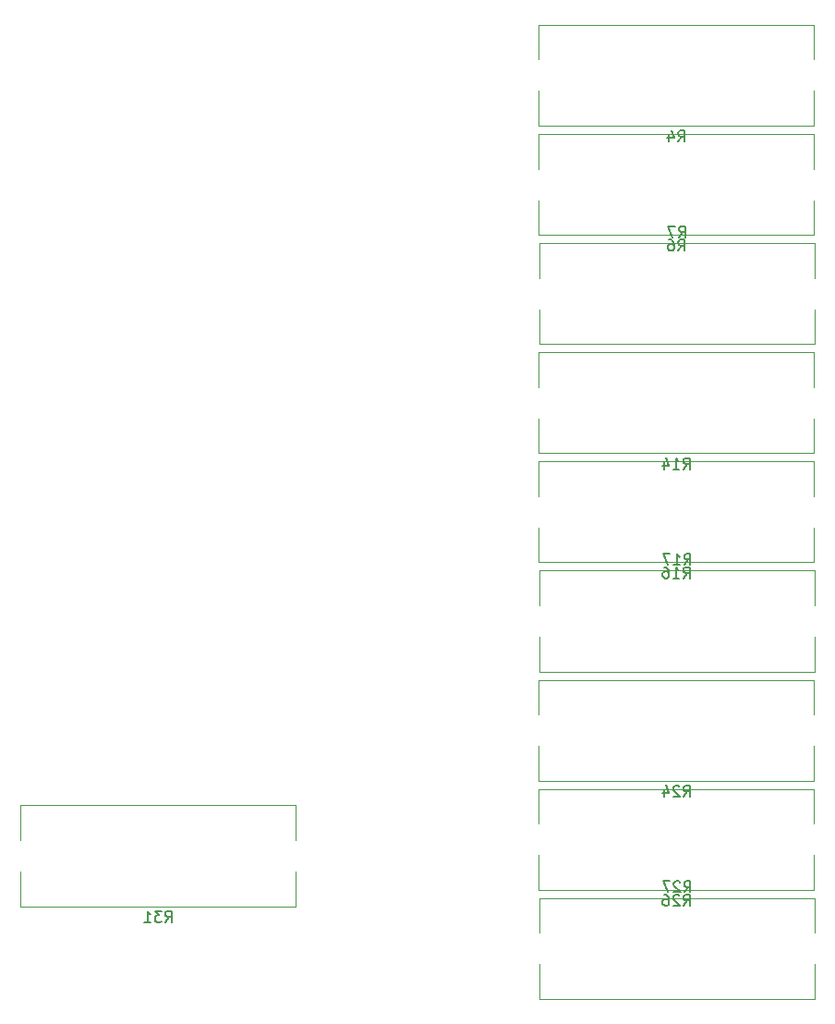
<source format=gbr>
G04 #@! TF.GenerationSoftware,KiCad,Pcbnew,(5.1.6)-1*
G04 #@! TF.CreationDate,2020-07-02T12:50:25+02:00*
G04 #@! TF.ProjectId,LT1166_amp,4c543131-3636-45f6-916d-702e6b696361,rev?*
G04 #@! TF.SameCoordinates,Original*
G04 #@! TF.FileFunction,Legend,Bot*
G04 #@! TF.FilePolarity,Positive*
%FSLAX46Y46*%
G04 Gerber Fmt 4.6, Leading zero omitted, Abs format (unit mm)*
G04 Created by KiCad (PCBNEW (5.1.6)-1) date 2020-07-02 12:50:25*
%MOMM*%
%LPD*%
G01*
G04 APERTURE LIST*
%ADD10C,0.120000*%
%ADD11C,0.150000*%
G04 APERTURE END LIST*
D10*
X185590000Y-55380000D02*
X185590000Y-58560000D01*
X160350000Y-55380000D02*
X185590000Y-55380000D01*
X160350000Y-58560000D02*
X160350000Y-55380000D01*
X185590000Y-64620000D02*
X185590000Y-61440000D01*
X160350000Y-64620000D02*
X185590000Y-64620000D01*
X160350000Y-61440000D02*
X160350000Y-64620000D01*
X160410000Y-84620000D02*
X160410000Y-81440000D01*
X185650000Y-84620000D02*
X160410000Y-84620000D01*
X185650000Y-81440000D02*
X185650000Y-84620000D01*
X160410000Y-75380000D02*
X160410000Y-78560000D01*
X185650000Y-75380000D02*
X160410000Y-75380000D01*
X185650000Y-78560000D02*
X185650000Y-75380000D01*
X185590000Y-65380000D02*
X185590000Y-68560000D01*
X160350000Y-65380000D02*
X185590000Y-65380000D01*
X160350000Y-68560000D02*
X160350000Y-65380000D01*
X185590000Y-74620000D02*
X185590000Y-71440000D01*
X160350000Y-74620000D02*
X185590000Y-74620000D01*
X160350000Y-71440000D02*
X160350000Y-74620000D01*
X112850000Y-132940000D02*
X112850000Y-136120000D01*
X112850000Y-136120000D02*
X138090000Y-136120000D01*
X138090000Y-136120000D02*
X138090000Y-132940000D01*
X112850000Y-130060000D02*
X112850000Y-126880000D01*
X112850000Y-126880000D02*
X138090000Y-126880000D01*
X138090000Y-126880000D02*
X138090000Y-130060000D01*
X160410000Y-144620000D02*
X160410000Y-141440000D01*
X185650000Y-144620000D02*
X160410000Y-144620000D01*
X185650000Y-141440000D02*
X185650000Y-144620000D01*
X160410000Y-135380000D02*
X160410000Y-138560000D01*
X185650000Y-135380000D02*
X160410000Y-135380000D01*
X185650000Y-138560000D02*
X185650000Y-135380000D01*
X185590000Y-125380000D02*
X185590000Y-128560000D01*
X160350000Y-125380000D02*
X185590000Y-125380000D01*
X160350000Y-128560000D02*
X160350000Y-125380000D01*
X185590000Y-134620000D02*
X185590000Y-131440000D01*
X160350000Y-134620000D02*
X185590000Y-134620000D01*
X160350000Y-131440000D02*
X160350000Y-134620000D01*
X185590000Y-115380000D02*
X185590000Y-118560000D01*
X160350000Y-115380000D02*
X185590000Y-115380000D01*
X160350000Y-118560000D02*
X160350000Y-115380000D01*
X185590000Y-124620000D02*
X185590000Y-121440000D01*
X160350000Y-124620000D02*
X185590000Y-124620000D01*
X160350000Y-121440000D02*
X160350000Y-124620000D01*
X160410000Y-114620000D02*
X160410000Y-111440000D01*
X185650000Y-114620000D02*
X160410000Y-114620000D01*
X185650000Y-111440000D02*
X185650000Y-114620000D01*
X160410000Y-105380000D02*
X160410000Y-108560000D01*
X185650000Y-105380000D02*
X160410000Y-105380000D01*
X185650000Y-108560000D02*
X185650000Y-105380000D01*
X185590000Y-95380000D02*
X185590000Y-98560000D01*
X160350000Y-95380000D02*
X185590000Y-95380000D01*
X160350000Y-98560000D02*
X160350000Y-95380000D01*
X185590000Y-104620000D02*
X185590000Y-101440000D01*
X160350000Y-104620000D02*
X185590000Y-104620000D01*
X160350000Y-101440000D02*
X160350000Y-104620000D01*
X185590000Y-85380000D02*
X185590000Y-88560000D01*
X160350000Y-85380000D02*
X185590000Y-85380000D01*
X160350000Y-88560000D02*
X160350000Y-85380000D01*
X185590000Y-94620000D02*
X185590000Y-91440000D01*
X160350000Y-94620000D02*
X185590000Y-94620000D01*
X160350000Y-91440000D02*
X160350000Y-94620000D01*
D11*
X173136666Y-66072380D02*
X173470000Y-65596190D01*
X173708095Y-66072380D02*
X173708095Y-65072380D01*
X173327142Y-65072380D01*
X173231904Y-65120000D01*
X173184285Y-65167619D01*
X173136666Y-65262857D01*
X173136666Y-65405714D01*
X173184285Y-65500952D01*
X173231904Y-65548571D01*
X173327142Y-65596190D01*
X173708095Y-65596190D01*
X172279523Y-65405714D02*
X172279523Y-66072380D01*
X172517619Y-65024761D02*
X172755714Y-65739047D01*
X172136666Y-65739047D01*
X173196666Y-74832380D02*
X173530000Y-74356190D01*
X173768095Y-74832380D02*
X173768095Y-73832380D01*
X173387142Y-73832380D01*
X173291904Y-73880000D01*
X173244285Y-73927619D01*
X173196666Y-74022857D01*
X173196666Y-74165714D01*
X173244285Y-74260952D01*
X173291904Y-74308571D01*
X173387142Y-74356190D01*
X173768095Y-74356190D01*
X172863333Y-73832380D02*
X172196666Y-73832380D01*
X172625238Y-74832380D01*
X173136666Y-76072380D02*
X173470000Y-75596190D01*
X173708095Y-76072380D02*
X173708095Y-75072380D01*
X173327142Y-75072380D01*
X173231904Y-75120000D01*
X173184285Y-75167619D01*
X173136666Y-75262857D01*
X173136666Y-75405714D01*
X173184285Y-75500952D01*
X173231904Y-75548571D01*
X173327142Y-75596190D01*
X173708095Y-75596190D01*
X172279523Y-75072380D02*
X172470000Y-75072380D01*
X172565238Y-75120000D01*
X172612857Y-75167619D01*
X172708095Y-75310476D01*
X172755714Y-75500952D01*
X172755714Y-75881904D01*
X172708095Y-75977142D01*
X172660476Y-76024761D01*
X172565238Y-76072380D01*
X172374761Y-76072380D01*
X172279523Y-76024761D01*
X172231904Y-75977142D01*
X172184285Y-75881904D01*
X172184285Y-75643809D01*
X172231904Y-75548571D01*
X172279523Y-75500952D01*
X172374761Y-75453333D01*
X172565238Y-75453333D01*
X172660476Y-75500952D01*
X172708095Y-75548571D01*
X172755714Y-75643809D01*
X126112857Y-137572380D02*
X126446190Y-137096190D01*
X126684285Y-137572380D02*
X126684285Y-136572380D01*
X126303333Y-136572380D01*
X126208095Y-136620000D01*
X126160476Y-136667619D01*
X126112857Y-136762857D01*
X126112857Y-136905714D01*
X126160476Y-137000952D01*
X126208095Y-137048571D01*
X126303333Y-137096190D01*
X126684285Y-137096190D01*
X125779523Y-136572380D02*
X125160476Y-136572380D01*
X125493809Y-136953333D01*
X125350952Y-136953333D01*
X125255714Y-137000952D01*
X125208095Y-137048571D01*
X125160476Y-137143809D01*
X125160476Y-137381904D01*
X125208095Y-137477142D01*
X125255714Y-137524761D01*
X125350952Y-137572380D01*
X125636666Y-137572380D01*
X125731904Y-137524761D01*
X125779523Y-137477142D01*
X124208095Y-137572380D02*
X124779523Y-137572380D01*
X124493809Y-137572380D02*
X124493809Y-136572380D01*
X124589047Y-136715238D01*
X124684285Y-136810476D01*
X124779523Y-136858095D01*
X173672857Y-134832380D02*
X174006190Y-134356190D01*
X174244285Y-134832380D02*
X174244285Y-133832380D01*
X173863333Y-133832380D01*
X173768095Y-133880000D01*
X173720476Y-133927619D01*
X173672857Y-134022857D01*
X173672857Y-134165714D01*
X173720476Y-134260952D01*
X173768095Y-134308571D01*
X173863333Y-134356190D01*
X174244285Y-134356190D01*
X173291904Y-133927619D02*
X173244285Y-133880000D01*
X173149047Y-133832380D01*
X172910952Y-133832380D01*
X172815714Y-133880000D01*
X172768095Y-133927619D01*
X172720476Y-134022857D01*
X172720476Y-134118095D01*
X172768095Y-134260952D01*
X173339523Y-134832380D01*
X172720476Y-134832380D01*
X172387142Y-133832380D02*
X171720476Y-133832380D01*
X172149047Y-134832380D01*
X173612857Y-136072380D02*
X173946190Y-135596190D01*
X174184285Y-136072380D02*
X174184285Y-135072380D01*
X173803333Y-135072380D01*
X173708095Y-135120000D01*
X173660476Y-135167619D01*
X173612857Y-135262857D01*
X173612857Y-135405714D01*
X173660476Y-135500952D01*
X173708095Y-135548571D01*
X173803333Y-135596190D01*
X174184285Y-135596190D01*
X173231904Y-135167619D02*
X173184285Y-135120000D01*
X173089047Y-135072380D01*
X172850952Y-135072380D01*
X172755714Y-135120000D01*
X172708095Y-135167619D01*
X172660476Y-135262857D01*
X172660476Y-135358095D01*
X172708095Y-135500952D01*
X173279523Y-136072380D01*
X172660476Y-136072380D01*
X171803333Y-135072380D02*
X171993809Y-135072380D01*
X172089047Y-135120000D01*
X172136666Y-135167619D01*
X172231904Y-135310476D01*
X172279523Y-135500952D01*
X172279523Y-135881904D01*
X172231904Y-135977142D01*
X172184285Y-136024761D01*
X172089047Y-136072380D01*
X171898571Y-136072380D01*
X171803333Y-136024761D01*
X171755714Y-135977142D01*
X171708095Y-135881904D01*
X171708095Y-135643809D01*
X171755714Y-135548571D01*
X171803333Y-135500952D01*
X171898571Y-135453333D01*
X172089047Y-135453333D01*
X172184285Y-135500952D01*
X172231904Y-135548571D01*
X172279523Y-135643809D01*
X173612857Y-126072380D02*
X173946190Y-125596190D01*
X174184285Y-126072380D02*
X174184285Y-125072380D01*
X173803333Y-125072380D01*
X173708095Y-125120000D01*
X173660476Y-125167619D01*
X173612857Y-125262857D01*
X173612857Y-125405714D01*
X173660476Y-125500952D01*
X173708095Y-125548571D01*
X173803333Y-125596190D01*
X174184285Y-125596190D01*
X173231904Y-125167619D02*
X173184285Y-125120000D01*
X173089047Y-125072380D01*
X172850952Y-125072380D01*
X172755714Y-125120000D01*
X172708095Y-125167619D01*
X172660476Y-125262857D01*
X172660476Y-125358095D01*
X172708095Y-125500952D01*
X173279523Y-126072380D01*
X172660476Y-126072380D01*
X171803333Y-125405714D02*
X171803333Y-126072380D01*
X172041428Y-125024761D02*
X172279523Y-125739047D01*
X171660476Y-125739047D01*
X173672857Y-104832380D02*
X174006190Y-104356190D01*
X174244285Y-104832380D02*
X174244285Y-103832380D01*
X173863333Y-103832380D01*
X173768095Y-103880000D01*
X173720476Y-103927619D01*
X173672857Y-104022857D01*
X173672857Y-104165714D01*
X173720476Y-104260952D01*
X173768095Y-104308571D01*
X173863333Y-104356190D01*
X174244285Y-104356190D01*
X172720476Y-104832380D02*
X173291904Y-104832380D01*
X173006190Y-104832380D02*
X173006190Y-103832380D01*
X173101428Y-103975238D01*
X173196666Y-104070476D01*
X173291904Y-104118095D01*
X172387142Y-103832380D02*
X171720476Y-103832380D01*
X172149047Y-104832380D01*
X173612857Y-106072380D02*
X173946190Y-105596190D01*
X174184285Y-106072380D02*
X174184285Y-105072380D01*
X173803333Y-105072380D01*
X173708095Y-105120000D01*
X173660476Y-105167619D01*
X173612857Y-105262857D01*
X173612857Y-105405714D01*
X173660476Y-105500952D01*
X173708095Y-105548571D01*
X173803333Y-105596190D01*
X174184285Y-105596190D01*
X172660476Y-106072380D02*
X173231904Y-106072380D01*
X172946190Y-106072380D02*
X172946190Y-105072380D01*
X173041428Y-105215238D01*
X173136666Y-105310476D01*
X173231904Y-105358095D01*
X171803333Y-105072380D02*
X171993809Y-105072380D01*
X172089047Y-105120000D01*
X172136666Y-105167619D01*
X172231904Y-105310476D01*
X172279523Y-105500952D01*
X172279523Y-105881904D01*
X172231904Y-105977142D01*
X172184285Y-106024761D01*
X172089047Y-106072380D01*
X171898571Y-106072380D01*
X171803333Y-106024761D01*
X171755714Y-105977142D01*
X171708095Y-105881904D01*
X171708095Y-105643809D01*
X171755714Y-105548571D01*
X171803333Y-105500952D01*
X171898571Y-105453333D01*
X172089047Y-105453333D01*
X172184285Y-105500952D01*
X172231904Y-105548571D01*
X172279523Y-105643809D01*
X173612857Y-96072380D02*
X173946190Y-95596190D01*
X174184285Y-96072380D02*
X174184285Y-95072380D01*
X173803333Y-95072380D01*
X173708095Y-95120000D01*
X173660476Y-95167619D01*
X173612857Y-95262857D01*
X173612857Y-95405714D01*
X173660476Y-95500952D01*
X173708095Y-95548571D01*
X173803333Y-95596190D01*
X174184285Y-95596190D01*
X172660476Y-96072380D02*
X173231904Y-96072380D01*
X172946190Y-96072380D02*
X172946190Y-95072380D01*
X173041428Y-95215238D01*
X173136666Y-95310476D01*
X173231904Y-95358095D01*
X171803333Y-95405714D02*
X171803333Y-96072380D01*
X172041428Y-95024761D02*
X172279523Y-95739047D01*
X171660476Y-95739047D01*
M02*

</source>
